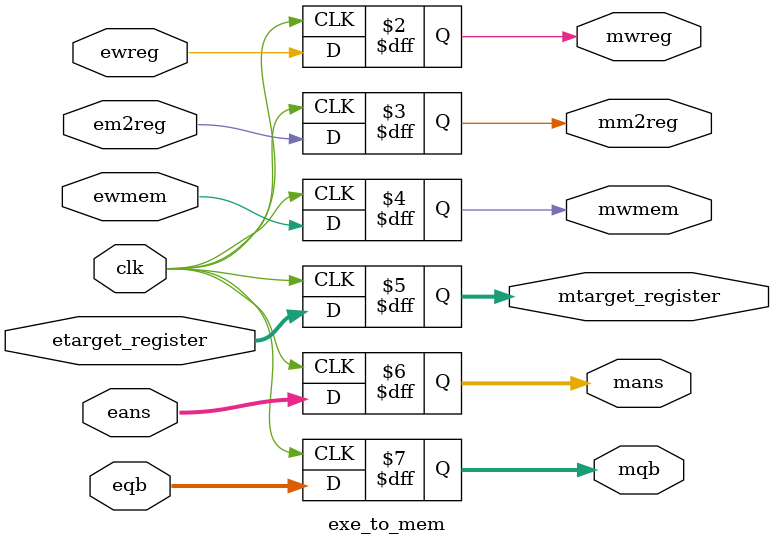
<source format=v>
`timescale 1ns / 1ps


module exe_to_mem(
input clk,
input ewreg,
input em2reg,
input ewmem,
input [4:0] etarget_register,
input [31:0] eans,
input [31:0] eqb,
output reg mwreg,
output reg mm2reg,
output reg mwmem,
output reg [4:0] mtarget_register,
output reg [31:0] mans,
output reg [31:0] mqb
    );

always @(posedge clk)
        begin
            mwreg <= ewreg;
            mm2reg <= em2reg;
            mwmem <= ewmem;
            mtarget_register <= etarget_register;
            mqb <= eqb;
            mans <= eans;
        end
    
endmodule

</source>
